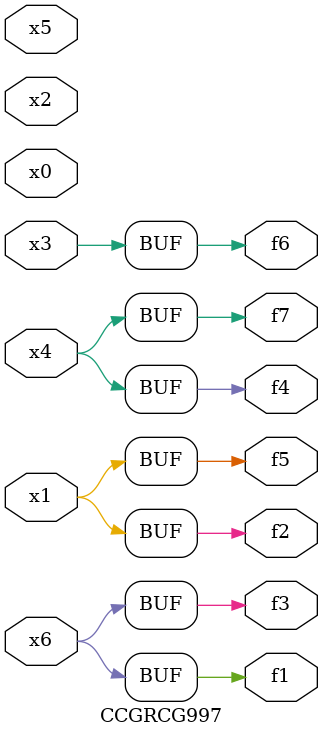
<source format=v>
module CCGRCG997(
	input x0, x1, x2, x3, x4, x5, x6,
	output f1, f2, f3, f4, f5, f6, f7
);
	assign f1 = x6;
	assign f2 = x1;
	assign f3 = x6;
	assign f4 = x4;
	assign f5 = x1;
	assign f6 = x3;
	assign f7 = x4;
endmodule

</source>
